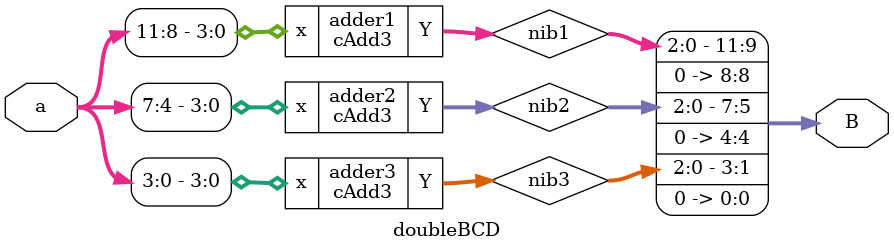
<source format=v>

module cAdd3(input wire [3:0] x, output wire [3:0] Y);

    // Input: 4-bit wire "x" (representing a BCD digit)
    // Output: 4-bit wire "Y" 
    
    //  Conditionally increment x by 3 if it is 5 or greater.

    assign Y = (x >= 5) ? x + 2'd3 : x;

   
endmodule 

// Note to self: these BCD digits are in nibbles not bytes

module doubleBCD(input wire [11:0] a, output wire [11:0] B);
  
// Input:  12-bit wire "a" representing BCD integer  between 0 and 499.
// Output: 12 bit wire "B" representing BCD integer  "2 x a". 
   
// Note: There is no overflow as long as the input is less than 500.
// METHOD: Instantiate 3 "cAdd3" modules. Wire up the modules using any glue logic needed.
   
   // Convert to binary then left shift then convert to BCD?

    wire[3:0] nib1; 
    wire[3:0] nib2; 
    wire[3:0] nib3; 

    cAdd3 adder1(a[11:8], nib1);
    cAdd3 adder2(a[7:4], nib2);
    cAdd3 adder3(a[3:0], nib3);

    
    assign B[11:8] = nib1 << 1;
    assign B[7:4] = nib2 << 1;
    assign B[3:0] = nib3 << 1;  

   always@(*) begin
        $display("nib1 = %b\tnib2 = %b\tnib3 = %b", nib1, nib2, nib3);
        $display("B = %x\tB_bin = %b\n", B,  B);
    end
endmodule 



</source>
